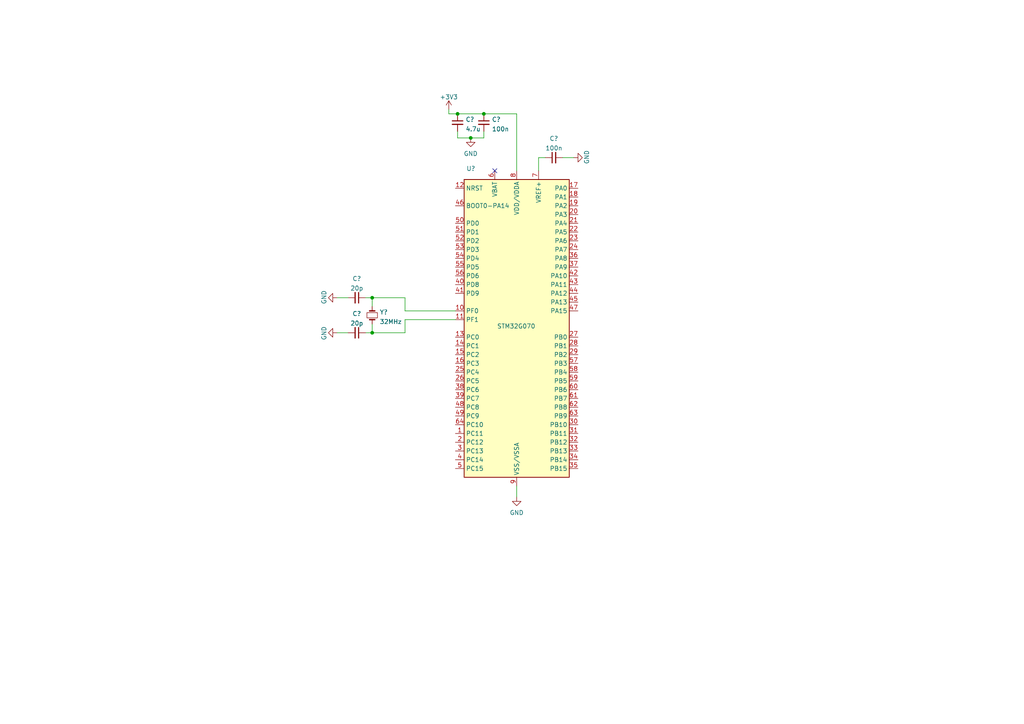
<source format=kicad_sch>
(kicad_sch (version 20211123) (generator eeschema)
  (paper "A4")
  (lib_symbols
    (symbol "Device:C_Small" (pin_numbers hide) (pin_names (offset 0.254) hide)
      (property "Reference" "C" (at 0.254 1.778 0))
      (property "Value" "C_Small" (at 0.254 -2.032 0))
      (symbol "C_Small_0_1"
        (polyline (pts (xy -1.524 -0.508) (xy 1.524 -0.508)) (stroke (width 0.3302)))
        (polyline (pts (xy -1.524 0.508) (xy 1.524 0.508)) (stroke (width 0.3048)))
      )
      (symbol "C_Small_1_1"
        (pin passive line (at 0 2.54 270) (length 2.032) (name "~") (number "1"))
        (pin passive line (at 0 -2.54 90) (length 2.032) (name "~") (number "2"))
      )
    )
    (symbol "Device:Crystal_Small" (pin_numbers hide) (pin_names (offset 1.016) hide)
      (property "Reference" "Y" (at 0 2.54 0))
      (property "Value" "Crystal_Small" (at 0 -2.54 0))
      (symbol "Crystal_Small_0_1"
        (rectangle (start -0.762 -1.524) (end 0.762 1.524))
        (polyline (pts (xy -1.27 -0.762) (xy -1.27 0.762)) (stroke (width 0.381)))
        (polyline (pts (xy 1.27 -0.762) (xy 1.27 0.762)) (stroke (width 0.381)))
      )
      (symbol "Crystal_Small_1_1"
        (pin passive line (at -2.54 0 0) (length 1.27) (name "1") (number "1"))
        (pin passive line (at 2.54 0 180) (length 1.27) (name "2") (number "2"))
      )
    )
    (symbol "STM32:STM32G070"
      (property "Reference" "U" (at -14.605 45.085 0))
      (property "Value" "STM32G070" (at 0.635 0.635 0))
      (symbol "STM32G070_0_1"
        (rectangle (start -15.24 -43.815) (end 15.24 42.545) (stroke (width 0.254)) (fill (type background)))
      )
      (symbol "STM32G070_1_1"
        (pin bidirectional line (at -17.78 -31.115 0) (length 2.54) (name "PC11") (number "1"))
        (pin input line (at -17.78 4.445 0) (length 2.54) (name "PF0") (number "10"))
        (pin input line (at -17.78 1.905 0) (length 2.54) (name "PF1") (number "11"))
        (pin input line (at -17.78 40.005 0) (length 2.54) (name "NRST") (number "12"))
        (pin bidirectional line (at -17.78 -3.175 0) (length 2.54) (name "PC0") (number "13"))
        (pin bidirectional line (at -17.78 -5.715 0) (length 2.54) (name "PC1") (number "14"))
        (pin bidirectional line (at -17.78 -8.255 0) (length 2.54) (name "PC2") (number "15"))
        (pin bidirectional line (at -17.78 -10.795 0) (length 2.54) (name "PC3") (number "16"))
        (pin bidirectional line (at 17.78 40.005 180) (length 2.54) (name "PA0") (number "17"))
        (pin bidirectional line (at 17.78 37.465 180) (length 2.54) (name "PA1") (number "18"))
        (pin bidirectional line (at 17.78 34.925 180) (length 2.54) (name "PA2") (number "19"))
        (pin bidirectional line (at -17.78 -33.655 0) (length 2.54) (name "PC12") (number "2"))
        (pin bidirectional line (at 17.78 32.385 180) (length 2.54) (name "PA3") (number "20"))
        (pin bidirectional line (at 17.78 29.845 180) (length 2.54) (name "PA4") (number "21"))
        (pin bidirectional line (at 17.78 27.305 180) (length 2.54) (name "PA5") (number "22"))
        (pin bidirectional line (at 17.78 24.765 180) (length 2.54) (name "PA6") (number "23"))
        (pin bidirectional line (at 17.78 22.225 180) (length 2.54) (name "PA7") (number "24"))
        (pin bidirectional line (at -17.78 -13.335 0) (length 2.54) (name "PC4") (number "25"))
        (pin bidirectional line (at -17.78 -15.875 0) (length 2.54) (name "PC5") (number "26"))
        (pin bidirectional line (at 17.78 -3.175 180) (length 2.54) (name "PB0") (number "27"))
        (pin bidirectional line (at 17.78 -5.715 180) (length 2.54) (name "PB1") (number "28"))
        (pin bidirectional line (at 17.78 -8.255 180) (length 2.54) (name "PB2") (number "29"))
        (pin bidirectional line (at -17.78 -36.195 0) (length 2.54) (name "PC13") (number "3"))
        (pin bidirectional line (at 17.78 -28.575 180) (length 2.54) (name "PB10") (number "30"))
        (pin bidirectional line (at 17.78 -31.115 180) (length 2.54) (name "PB11") (number "31"))
        (pin bidirectional line (at 17.78 -33.655 180) (length 2.54) (name "PB12") (number "32"))
        (pin bidirectional line (at 17.78 -36.195 180) (length 2.54) (name "PB13") (number "33"))
        (pin bidirectional line (at 17.78 -38.735 180) (length 2.54) (name "PB14") (number "34"))
        (pin bidirectional line (at 17.78 -41.275 180) (length 2.54) (name "PB15") (number "35"))
        (pin bidirectional line (at 17.78 19.685 180) (length 2.54) (name "PA8") (number "36"))
        (pin bidirectional line (at 17.78 17.145 180) (length 2.54) (name "PA9") (number "37"))
        (pin bidirectional line (at -17.78 -18.415 0) (length 2.54) (name "PC6") (number "38"))
        (pin bidirectional line (at -17.78 -20.955 0) (length 2.54) (name "PC7") (number "39"))
        (pin bidirectional line (at -17.78 -38.735 0) (length 2.54) (name "PC14") (number "4"))
        (pin bidirectional line (at -17.78 12.065 0) (length 2.54) (name "PD8") (number "40"))
        (pin bidirectional line (at -17.78 9.525 0) (length 2.54) (name "PD9") (number "41"))
        (pin bidirectional line (at 17.78 14.605 180) (length 2.54) (name "PA10") (number "42"))
        (pin bidirectional line (at 17.78 12.065 180) (length 2.54) (name "PA11") (number "43"))
        (pin bidirectional line (at 17.78 9.525 180) (length 2.54) (name "PA12") (number "44"))
        (pin bidirectional line (at 17.78 6.985 180) (length 2.54) (name "PA13") (number "45"))
        (pin input line (at -17.78 34.925 0) (length 2.54) (name "BOOT0-PA14") (number "46"))
        (pin bidirectional line (at 17.78 4.445 180) (length 2.54) (name "PA15") (number "47"))
        (pin bidirectional line (at -17.78 -23.495 0) (length 2.54) (name "PC8") (number "48"))
        (pin bidirectional line (at -17.78 -26.035 0) (length 2.54) (name "PC9") (number "49"))
        (pin bidirectional line (at -17.78 -41.275 0) (length 2.54) (name "PC15") (number "5"))
        (pin bidirectional line (at -17.78 29.845 0) (length 2.54) (name "PD0") (number "50"))
        (pin bidirectional line (at -17.78 27.305 0) (length 2.54) (name "PD1") (number "51"))
        (pin bidirectional line (at -17.78 24.765 0) (length 2.54) (name "PD2") (number "52"))
        (pin bidirectional line (at -17.78 22.225 0) (length 2.54) (name "PD3") (number "53"))
        (pin bidirectional line (at -17.78 19.685 0) (length 2.54) (name "PD4") (number "54"))
        (pin bidirectional line (at -17.78 17.145 0) (length 2.54) (name "PD5") (number "55"))
        (pin bidirectional line (at -17.78 14.605 0) (length 2.54) (name "PD6") (number "56"))
        (pin bidirectional line (at 17.78 -10.795 180) (length 2.54) (name "PB3") (number "57"))
        (pin bidirectional line (at 17.78 -13.335 180) (length 2.54) (name "PB4") (number "58"))
        (pin bidirectional line (at 17.78 -15.875 180) (length 2.54) (name "PB5") (number "59"))
        (pin power_in line (at -6.35 45.085 270) (length 2.54) (name "VBAT") (number "6"))
        (pin bidirectional line (at 17.78 -18.415 180) (length 2.54) (name "PB6") (number "60"))
        (pin bidirectional line (at 17.78 -20.955 180) (length 2.54) (name "PB7") (number "61"))
        (pin bidirectional line (at 17.78 -23.495 180) (length 2.54) (name "PB8") (number "62"))
        (pin bidirectional line (at 17.78 -26.035 180) (length 2.54) (name "PB9") (number "63"))
        (pin bidirectional line (at -17.78 -28.575 0) (length 2.54) (name "PC10") (number "64"))
        (pin power_in line (at 6.35 45.085 270) (length 2.54) (name "VREF+") (number "7"))
        (pin bidirectional line (at 0 45.085 270) (length 2.54) (name "VDD/VDDA") (number "8"))
        (pin power_in line (at 0 -46.355 90) (length 2.54) (name "VSS/VSSA") (number "9"))
      )
    )
    (symbol "power:+3.3V" (power) (pin_names (offset 0))
      (property "Value" "+3.3V" (at 0 3.556 0))
      (symbol "+3.3V_0_1"
        (polyline (pts (xy -0.762 1.27) (xy 0 2.54)))
        (polyline (pts (xy 0 0) (xy 0 2.54)))
        (polyline (pts (xy 0 2.54) (xy 0.762 1.27)))
      )
      (symbol "+3.3V_1_1"
        (pin power_in line (at 0 0 90) (length 0) hide (name "+3V3") (number "1"))
      )
    )
    (symbol "power:GND" (power) (pin_names (offset 0))
      (property "Value" "GND" (at 0 -3.81 0))
      (symbol "GND_0_1"
        (polyline (pts (xy 0 0) (xy 0 -1.27) (xy 1.27 -1.27) (xy 0 -2.54) (xy -1.27 -1.27) (xy 0 -1.27)))
      )
      (symbol "GND_1_1"
        (pin power_in line (at 0 0 270) (length 0) hide (name "GND") (number "1"))
      )
    )
  )
  (junction (at 140.335 33.02))
  (junction (at 136.525 40.005))
  (junction (at 132.715 33.02))
  (junction (at 107.95 96.52))
  (junction (at 107.95 86.36))
  (no_connect (at 143.51 49.53))
  (wire (pts (xy 132.715 38.1) (xy 132.715 40.005)))
  (wire (pts (xy 106.045 96.52) (xy 107.95 96.52)))
  (wire (pts (xy 97.79 96.52) (xy 100.965 96.52)))
  (wire (pts (xy 132.715 40.005) (xy 136.525 40.005)))
  (wire (pts (xy 149.86 140.97) (xy 149.86 144.145)))
  (wire (pts (xy 130.175 31.75) (xy 130.175 33.02)))
  (wire (pts (xy 107.95 86.36) (xy 107.95 88.9)))
  (wire (pts (xy 107.95 86.36) (xy 106.045 86.36)))
  (wire (pts (xy 117.475 96.52) (xy 117.475 92.71)))
  (wire (pts (xy 132.08 90.17) (xy 117.475 90.17)))
  (wire (pts (xy 156.21 45.72) (xy 158.115 45.72)))
  (wire (pts (xy 130.175 33.02) (xy 132.715 33.02)))
  (wire (pts (xy 117.475 86.36) (xy 107.95 86.36)))
  (wire (pts (xy 117.475 92.71) (xy 132.08 92.71)))
  (wire (pts (xy 163.195 45.72) (xy 166.37 45.72)))
  (wire (pts (xy 97.79 86.36) (xy 100.965 86.36)))
  (wire (pts (xy 132.715 33.02) (xy 140.335 33.02)))
  (wire (pts (xy 117.475 90.17) (xy 117.475 86.36)))
  (wire (pts (xy 156.21 49.53) (xy 156.21 45.72)))
  (wire (pts (xy 107.95 96.52) (xy 117.475 96.52)))
  (wire (pts (xy 107.95 93.98) (xy 107.95 96.52)))
  (wire (pts (xy 136.525 40.005) (xy 140.335 40.005)))
  (wire (pts (xy 140.335 40.005) (xy 140.335 38.1)))
  (wire (pts (xy 149.86 33.02) (xy 140.335 33.02)))
  (wire (pts (xy 149.86 33.02) (xy 149.86 49.53)))
  (symbol (lib_id "power:GND") (at 136.525 40.005 0) (unit 1)
    (property "Reference" "#PWR?" (effects hide))
    (property "Value" "GND" (at 136.525 44.5675 0))
  )
  (symbol (lib_id "Device:C_Small") (at 103.505 96.52 270) (unit 1)
    (property "Reference" "C?" (at 103.4986 90.9914 90))
    (property "Value" "20p" (at 103.4986 93.7665 90))
  )
  (symbol (lib_id "STM32:STM32G070") (at 149.86 94.615 0) (unit 1)
    (property "Reference" "U?" (at 135.255 48.895 0) (effects (justify left)))
    (property "Value" "STM32G070" (at 144.145 94.615 0) (effects (justify left)))
  )
  (symbol (lib_id "Device:C_Small") (at 140.335 35.56 0) (unit 1)
    (property "Reference" "C?" (at 142.6591 34.6578 0) (effects (justify left)))
    (property "Value" "100n" (at 142.6591 37.4329 0) (effects (justify left)))
  )
  (symbol (lib_id "Device:Crystal_Small") (at 107.95 91.44 90) (unit 1)
    (property "Reference" "Y?" (at 110.109 90.5315 90) (effects (justify right)))
    (property "Value" "32MHz" (at 110.109 93.3066 90) (effects (justify right)))
  )
  (symbol (lib_id "power:+3.3V") (at 130.175 31.75 0) (unit 1)
    (property "Reference" "#PWR?" (effects hide))
    (property "Value" "+3.3V" (at 130.175 28.1455 0))
  )
  (symbol (lib_id "power:GND") (at 97.79 86.36 270) (unit 1)
    (property "Reference" "#PWR?" (effects hide))
    (property "Value" "GND" (at 93.98 88.265 0) (effects (justify right)))
  )
  (symbol (lib_id "power:GND") (at 97.79 96.52 270) (unit 1)
    (property "Reference" "#PWR?" (effects hide))
    (property "Value" "GND" (at 93.98 94.615 0) (effects (justify left)))
  )
  (symbol (lib_id "Device:C_Small") (at 103.505 86.36 270) (unit 1)
    (property "Reference" "C?" (at 103.4986 80.8314 90))
    (property "Value" "20p" (at 103.4986 83.6065 90))
  )
  (symbol (lib_id "Device:C_Small") (at 160.655 45.72 90) (unit 1)
    (property "Reference" "C?" (at 160.6613 40.1914 90))
    (property "Value" "100n" (at 160.6613 42.9665 90))
  )
  (symbol (lib_id "power:GND") (at 149.86 144.145 0) (unit 1)
    (property "Reference" "#PWR?" (effects hide))
    (property "Value" "GND" (at 149.86 148.7075 0))
  )
  (symbol (lib_id "Device:C_Small") (at 132.715 35.56 0) (unit 1)
    (property "Reference" "C?" (at 135.0391 34.6578 0) (effects (justify left)))
    (property "Value" "4.7u" (at 135.0391 37.4329 0) (effects (justify left)))
  )
  (symbol (lib_id "power:GND") (at 166.37 45.72 90) (unit 1)
    (property "Reference" "#PWR?" (effects hide))
    (property "Value" "GND" (at 170.18 47.625 0) (effects (justify left)))
  )
)
</source>
